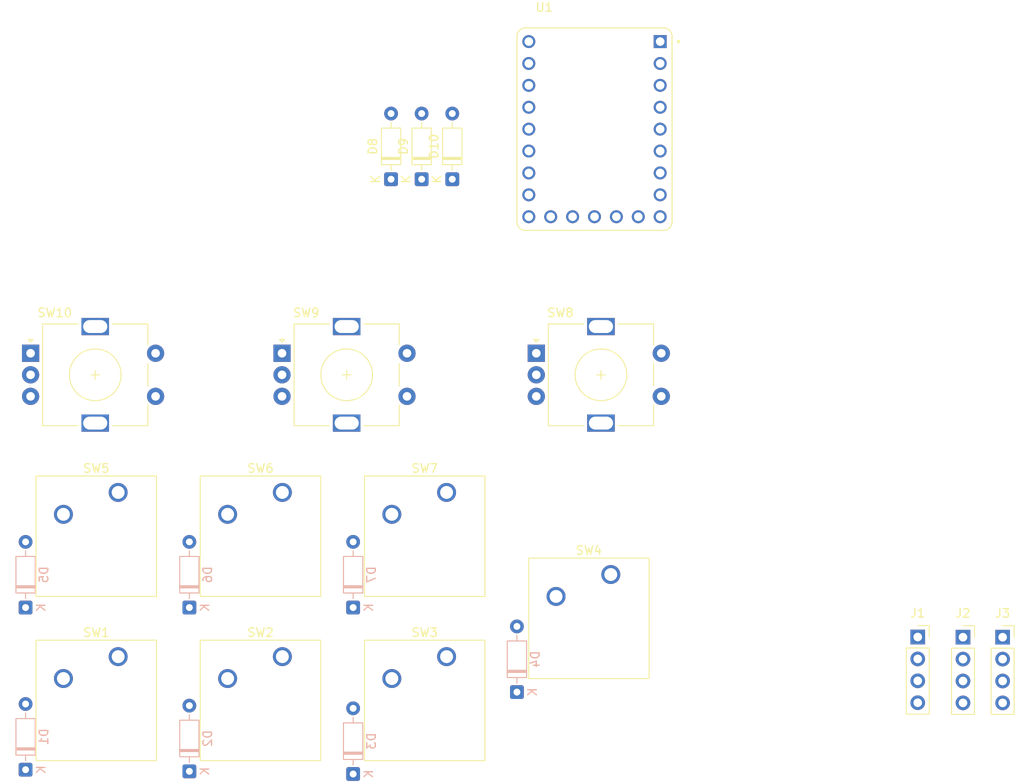
<source format=kicad_pcb>
(kicad_pcb (version 20241229) (generator "pcbnew") (generator_version "9.0")
  (layers (0 "F.Cu" signal) (2 "B.Cu" signal) (13 "F.Paste" user) (15 "B.Paste" user) (5 "F.SilkS" user "F.Silkscreen") (7 "B.SilkS" user "B.Silkscreen") (1 "F.Mask" user) (3 "B.Mask" user) (25 "Edge.Cuts" user))
  (net 0 "")
  (net 1 "Net-(D1-A)")
  (net 2 "MATRIX_ROW2")
  (net 3 "Net-(D2-A)")
  (net 4 "Net-(D3-A)")
  (net 5 "MATRIX_ROW1")
  (net 6 "Net-(D4-A)")
  (net 7 "Net-(D5-A)")
  (net 8 "Net-(D6-A)")
  (net 9 "Net-(D7-A)")
  (net 10 "MATRIX_ROW0")
  (net 11 "Net-(D8-A)")
  (net 12 "Net-(D9-A)")
  (net 13 "Net-(D10-A)")
  (net 14 "+3V3")
  (net 15 "SDA_OLED0")
  (net 16 "SCL_OLED0")
  (net 17 "GND")
  (net 18 "SDA_OLED1")
  (net 19 "SCL_OLED1")
  (net 20 "SCL_OLED2")
  (net 21 "SDA_OLED2")
  (net 22 "MATRIX_COL0")
  (net 23 "MATRIX_COL1")
  (net 24 "MATRIX_COL2")
  (net 25 "MATRIX_COL3")
  (net 26 "ROTARY_1B")
  (net 27 "ROTARY_1A")
  (net 28 "ROTARY_0A")
  (net 29 "ROTARY_0B")
  (net 30 "ROTARY_2A")
  (net 31 "ROTARY_2B")
  (footprint "Connector_PinSocket_2.54mm:PinSocket_1x04_P2.54mm_Vertical" (layer "F.Cu") (at 136.35 108.44)
    (property "Reference" "J3" (at 0 -2.77 0) (layer "F.SilkS"))
    (property "Value" "OLED3")
    (fp_line (start -1.33 1.27) (end -1.33 8.95) (stroke (width 0.12)) (layer "F.SilkS"))
    (fp_line (start -1.33 1.27) (end 1.33 1.27) (stroke (width 0.12)) (layer "F.SilkS"))
    (fp_line (start -1.33 8.95) (end 1.33 8.95) (stroke (width 0.12)) (layer "F.SilkS"))
    (fp_line (start 0 -1.33) (end 1.33 -1.33) (stroke (width 0.12)) (layer "F.SilkS"))
    (fp_line (start 1.33 -1.33) (end 1.33 0) (stroke (width 0.12)) (layer "F.SilkS"))
    (fp_line (start 1.33 1.27) (end 1.33 8.95) (stroke (width 0.12)) (layer "F.SilkS"))
    (pad "1" thru_hole rect (at 0 0) (size 1.7 1.7) (drill 1) (layers "*.Cu" "*.Mask") (net 17 "GND"))
    (pad "2" thru_hole circle (at 0 2.54) (size 1.7 1.7) (drill 1) (layers "*.Cu" "*.Mask") (net 14 "+3V3"))
    (pad "3" thru_hole circle (at 0 5.08) (size 1.7 1.7) (drill 1) (layers "*.Cu" "*.Mask") (net 20 "SCL_OLED2"))
    (pad "4" thru_hole circle (at 0 7.62) (size 1.7 1.7) (drill 1) (layers "*.Cu" "*.Mask") (net 21 "SDA_OLED2"))
  )
  (footprint "Rotary_Encoder:RotaryEncoder_Alps_EC11E-Switch_Vertical_H20mm" (layer "F.Cu") (at 52.75 75.5)
    (property "Reference" "SW9" (at 2.8 -4.7 0) (layer "F.SilkS"))
    (property "Value" "RotaryEncoder_Switch")
    (fp_line (start -0.3 -1.6) (end 0.3 -1.6) (stroke (width 0.12)) (layer "F.SilkS"))
    (fp_line (start 0 -1.3) (end -0.3 -1.6) (stroke (width 0.12)) (layer "F.SilkS"))
    (fp_line (start 0.3 -1.6) (end 0 -1.3) (stroke (width 0.12)) (layer "F.SilkS"))
    (fp_line (start 1.4 -3.4) (end 1.4 8.4) (stroke (width 0.12)) (layer "F.SilkS"))
    (fp_line (start 5.5 -3.4) (end 1.4 -3.4) (stroke (width 0.12)) (layer "F.SilkS"))
    (fp_line (start 5.5 8.4) (end 1.4 8.4) (stroke (width 0.12)) (layer "F.SilkS"))
    (fp_line (start 7 2.5) (end 8 2.5) (stroke (width 0.12)) (layer "F.SilkS"))
    (fp_line (start 7.5 2) (end 7.5 3) (stroke (width 0.12)) (layer "F.SilkS"))
    (fp_line (start 9.5 -3.4) (end 13.6 -3.4) (stroke (width 0.12)) (layer "F.SilkS"))
    (fp_line (start 13.6 -3.4) (end 13.6 -1) (stroke (width 0.12)) (layer "F.SilkS"))
    (fp_line (start 13.6 1.2) (end 13.6 3.8) (stroke (width 0.12)) (layer "F.SilkS"))
    (fp_line (start 13.6 6) (end 13.6 8.4) (stroke (width 0.12)) (layer "F.SilkS"))
    (fp_line (start 13.6 8.4) (end 9.5 8.4) (stroke (width 0.12)) (layer "F.SilkS"))
    (fp_circle (center 7.5 2.5) (end 10.5 2.5) (stroke (width 0.12)) (fill no) (layer "F.SilkS"))
    (pad "A" thru_hole rect (at 0 0) (size 2 2) (drill 1) (layers "*.Cu" "*.Mask") (net 28 "ROTARY_0A"))
    (pad "B" thru_hole circle (at 0 5) (size 2 2) (drill 1) (layers "*.Cu" "*.Mask") (net 29 "ROTARY_0B"))
    (pad "C" thru_hole circle (at 0 2.5) (size 2 2) (drill 1) (layers "*.Cu" "*.Mask") (net 17 "GND"))
    (pad "MP" thru_hole rect (at 7.5 -3.1) (size 3.2 2) (drill oval 2.8 1.5) (layers "*.Cu" "*.Mask"))
    (pad "MP" thru_hole rect (at 7.5 8.1) (size 3.2 2) (drill oval 2.8 1.5) (layers "*.Cu" "*.Mask"))
    (pad "S1" thru_hole circle (at 14.5 5) (size 2 2) (drill 1) (layers "*.Cu" "*.Mask") (net 11 "Net-(D8-A)"))
    (pad "S2" thru_hole circle (at 14.5 0) (size 2 2) (drill 1) (layers "*.Cu" "*.Mask") (net 22 "MATRIX_COL0"))
  )
  (footprint "Button_Switch_Keyboard:SW_Cherry_MX_1.00u_PCB" (layer "F.Cu") (at 33.74 91.645)
    (property "Reference" "SW5" (at -2.54 -2.794 0) (layer "F.SilkS"))
    (property "Value" "SW_Push")
    (fp_line (start -9.525 -1.905) (end 4.445 -1.905) (stroke (width 0.12)) (layer "F.SilkS"))
    (fp_line (start -9.525 12.065) (end -9.525 -1.905) (stroke (width 0.12)) (layer "F.SilkS"))
    (fp_line (start 4.445 -1.905) (end 4.445 12.065) (stroke (width 0.12)) (layer "F.SilkS"))
    (fp_line (start 4.445 12.065) (end -9.525 12.065) (stroke (width 0.12)) (layer "F.SilkS"))
    (pad "" np_thru_hole circle (at -7.62 5.08) (size 1.7 1.7) (drill 1.7) (layers "*.Cu" "*.Mask"))
    (pad "" np_thru_hole circle (at -2.54 5.08) (size 4 4) (drill 4) (layers "*.Cu" "*.Mask"))
    (pad "" np_thru_hole circle (at 2.54 5.08) (size 1.7 1.7) (drill 1.7) (layers "*.Cu" "*.Mask"))
    (pad "1" thru_hole circle (at 0 0) (size 2.2 2.2) (drill 1.5) (layers "*.Cu" "*.Mask") (net 23 "MATRIX_COL1"))
    (pad "2" thru_hole circle (at -6.35 2.54) (size 2.2 2.2) (drill 1.5) (layers "*.Cu" "*.Mask") (net 7 "Net-(D5-A)"))
  )
  (footprint "Connector_PinSocket_2.54mm:PinSocket_1x04_P2.54mm_Vertical" (layer "F.Cu") (at 126.5 108.42)
    (property "Reference" "J1" (at 0 -2.77 0) (layer "F.SilkS"))
    (property "Value" "OLED1")
    (fp_line (start -1.33 1.27) (end -1.33 8.95) (stroke (width 0.12)) (layer "F.SilkS"))
    (fp_line (start -1.33 1.27) (end 1.33 1.27) (stroke (width 0.12)) (layer "F.SilkS"))
    (fp_line (start -1.33 8.95) (end 1.33 8.95) (stroke (width 0.12)) (layer "F.SilkS"))
    (fp_line (start 0 -1.33) (end 1.33 -1.33) (stroke (width 0.12)) (layer "F.SilkS"))
    (fp_line (start 1.33 -1.33) (end 1.33 0) (stroke (width 0.12)) (layer "F.SilkS"))
    (fp_line (start 1.33 1.27) (end 1.33 8.95) (stroke (width 0.12)) (layer "F.SilkS"))
    (pad "1" thru_hole rect (at 0 0) (size 1.7 1.7) (drill 1) (layers "*.Cu" "*.Mask") (net 17 "GND"))
    (pad "2" thru_hole circle (at 0 2.54) (size 1.7 1.7) (drill 1) (layers "*.Cu" "*.Mask") (net 14 "+3V3"))
    (pad "3" thru_hole circle (at 0 5.08) (size 1.7 1.7) (drill 1) (layers "*.Cu" "*.Mask") (net 16 "SCL_OLED0"))
    (pad "4" thru_hole circle (at 0 7.62) (size 1.7 1.7) (drill 1) (layers "*.Cu" "*.Mask") (net 15 "SDA_OLED0"))
  )
  (footprint "Diode_THT:D_DO-35_SOD27_P7.62mm_Horizontal" (layer "F.Cu") (at 68.95 55.31 90)
    (property "Reference" "D9" (at 3.81 -2.12 90) (layer "F.SilkS"))
    (property "Value" "D")
    (fp_line (start 2.53 -1.12) (end 2.53 1.12) (stroke (width 0.12)) (layer "F.SilkS"))
    (fp_line (start 2.41 -1.12) (end 2.41 1.12) (stroke (width 0.12)) (layer "F.SilkS"))
    (fp_line (start 2.29 -1.12) (end 2.29 1.12) (stroke (width 0.12)) (layer "F.SilkS"))
    (fp_line (start 6.58 0) (end 5.93 0) (stroke (width 0.12)) (layer "F.SilkS"))
    (fp_line (start 1.04 0) (end 1.69 0) (stroke (width 0.12)) (layer "F.SilkS"))
    (fp_rect (start 1.69 -1.12) (end 5.93 1.12) (stroke (width 0.12)) (fill no) (layer "F.SilkS"))
    (fp_text user "K" (at 0 -1.8 90) (layer "F.SilkS"))
    (pad "1" thru_hole roundrect (at 0 0 90) (size 1.6 1.6) (drill 0.8) (layers "*.Cu" "*.Mask") (roundrect_rratio 0.15625) (net 10 "MATRIX_ROW0"))
    (pad "2" thru_hole circle (at 7.62 0 90) (size 1.6 1.6) (drill 0.8) (layers "*.Cu" "*.Mask") (net 12 "Net-(D9-A)"))
  )
  (footprint "Button_Switch_Keyboard:SW_Cherry_MX_1.00u_PCB" (layer "F.Cu") (at 71.84 91.645)
    (property "Reference" "SW7" (at -2.54 -2.794 0) (layer "F.SilkS"))
    (property "Value" "SW_Push")
    (fp_line (start -9.525 -1.905) (end 4.445 -1.905) (stroke (width 0.12)) (layer "F.SilkS"))
    (fp_line (start -9.525 12.065) (end -9.525 -1.905) (stroke (width 0.12)) (layer "F.SilkS"))
    (fp_line (start 4.445 -1.905) (end 4.445 12.065) (stroke (width 0.12)) (layer "F.SilkS"))
    (fp_line (start 4.445 12.065) (end -9.525 12.065) (stroke (width 0.12)) (layer "F.SilkS"))
    (pad "" np_thru_hole circle (at -7.62 5.08) (size 1.7 1.7) (drill 1.7) (layers "*.Cu" "*.Mask"))
    (pad "" np_thru_hole circle (at -2.54 5.08) (size 4 4) (drill 4) (layers "*.Cu" "*.Mask"))
    (pad "" np_thru_hole circle (at 2.54 5.08) (size 1.7 1.7) (drill 1.7) (layers "*.Cu" "*.Mask"))
    (pad "1" thru_hole circle (at 0 0) (size 2.2 2.2) (drill 1.5) (layers "*.Cu" "*.Mask") (net 25 "MATRIX_COL3"))
    (pad "2" thru_hole circle (at -6.35 2.54) (size 2.2 2.2) (drill 1.5) (layers "*.Cu" "*.Mask") (net 9 "Net-(D7-A)"))
  )
  (footprint "Button_Switch_Keyboard:SW_Cherry_MX_1.00u_PCB" (layer "F.Cu") (at 71.84 110.695)
    (property "Reference" "SW3" (at -2.54 -2.794 0) (layer "F.SilkS"))
    (property "Value" "SW_Push")
    (fp_line (start -9.525 -1.905) (end 4.445 -1.905) (stroke (width 0.12)) (layer "F.SilkS"))
    (fp_line (start -9.525 12.065) (end -9.525 -1.905) (stroke (width 0.12)) (layer "F.SilkS"))
    (fp_line (start 4.445 -1.905) (end 4.445 12.065) (stroke (width 0.12)) (layer "F.SilkS"))
    (fp_line (start 4.445 12.065) (end -9.525 12.065) (stroke (width 0.12)) (layer "F.SilkS"))
    (pad "" np_thru_hole circle (at -7.62 5.08) (size 1.7 1.7) (drill 1.7) (layers "*.Cu" "*.Mask"))
    (pad "" np_thru_hole circle (at -2.54 5.08) (size 4 4) (drill 4) (layers "*.Cu" "*.Mask"))
    (pad "" np_thru_hole circle (at 2.54 5.08) (size 1.7 1.7) (drill 1.7) (layers "*.Cu" "*.Mask"))
    (pad "1" thru_hole circle (at 0 0) (size 2.2 2.2) (drill 1.5) (layers "*.Cu" "*.Mask") (net 24 "MATRIX_COL2"))
    (pad "2" thru_hole circle (at -6.35 2.54) (size 2.2 2.2) (drill 1.5) (layers "*.Cu" "*.Mask") (net 4 "Net-(D3-A)"))
  )
  (footprint "Button_Switch_Keyboard:SW_Cherry_MX_1.00u_PCB" (layer "F.Cu") (at 33.74 110.695)
    (property "Reference" "SW1" (at -2.54 -2.794 0) (layer "F.SilkS"))
    (property "Value" "SW_Push")
    (fp_line (start -9.525 -1.905) (end 4.445 -1.905) (stroke (width 0.12)) (layer "F.SilkS"))
    (fp_line (start -9.525 12.065) (end -9.525 -1.905) (stroke (width 0.12)) (layer "F.SilkS"))
    (fp_line (start 4.445 -1.905) (end 4.445 12.065) (stroke (width 0.12)) (layer "F.SilkS"))
    (fp_line (start 4.445 12.065) (end -9.525 12.065) (stroke (width 0.12)) (layer "F.SilkS"))
    (pad "" np_thru_hole circle (at -7.62 5.08) (size 1.7 1.7) (drill 1.7) (layers "*.Cu" "*.Mask"))
    (pad "" np_thru_hole circle (at -2.54 5.08) (size 4 4) (drill 4) (layers "*.Cu" "*.Mask"))
    (pad "" np_thru_hole circle (at 2.54 5.08) (size 1.7 1.7) (drill 1.7) (layers "*.Cu" "*.Mask"))
    (pad "1" thru_hole circle (at 0 0) (size 2.2 2.2) (drill 1.5) (layers "*.Cu" "*.Mask") (net 22 "MATRIX_COL0"))
    (pad "2" thru_hole circle (at -6.35 2.54) (size 2.2 2.2) (drill 1.5) (layers "*.Cu" "*.Mask") (net 1 "Net-(D1-A)"))
  )
  (footprint "Button_Switch_Keyboard:SW_Cherry_MX_1.00u_PCB" (layer "F.Cu") (at 90.89 101.17)
    (property "Reference" "SW4" (at -2.54 -2.794 0) (layer "F.SilkS"))
    (property "Value" "SW_Push")
    (fp_line (start -9.525 -1.905) (end 4.445 -1.905) (stroke (width 0.12)) (layer "F.SilkS"))
    (fp_line (start -9.525 12.065) (end -9.525 -1.905) (stroke (width 0.12)) (layer "F.SilkS"))
    (fp_line (start 4.445 -1.905) (end 4.445 12.065) (stroke (width 0.12)) (layer "F.SilkS"))
    (fp_line (start 4.445 12.065) (end -9.525 12.065) (stroke (width 0.12)) (layer "F.SilkS"))
    (pad "" np_thru_hole circle (at -7.62 5.08) (size 1.7 1.7) (drill 1.7) (layers "*.Cu" "*.Mask"))
    (pad "" np_thru_hole circle (at -2.54 5.08) (size 4 4) (drill 4) (layers "*.Cu" "*.Mask"))
    (pad "" np_thru_hole circle (at 2.54 5.08) (size 1.7 1.7) (drill 1.7) (layers "*.Cu" "*.Mask"))
    (pad "1" thru_hole circle (at 0 0) (size 2.2 2.2) (drill 1.5) (layers "*.Cu" "*.Mask") (net 22 "MATRIX_COL0"))
    (pad "2" thru_hole circle (at -6.35 2.54) (size 2.2 2.2) (drill 1.5) (layers "*.Cu" "*.Mask") (net 6 "Net-(D4-A)"))
  )
  (footprint "Rotary_Encoder:RotaryEncoder_Alps_EC11E-Switch_Vertical_H20mm" (layer "F.Cu") (at 82.25 75.5)
    (property "Reference" "SW8" (at 2.8 -4.7 0) (layer "F.SilkS"))
    (property "Value" "RotaryEncoder_Switch")
    (fp_line (start -0.3 -1.6) (end 0.3 -1.6) (stroke (width 0.12)) (layer "F.SilkS"))
    (fp_line (start 0 -1.3) (end -0.3 -1.6) (stroke (width 0.12)) (layer "F.SilkS"))
    (fp_line (start 0.3 -1.6) (end 0 -1.3) (stroke (width 0.12)) (layer "F.SilkS"))
    (fp_line (start 1.4 -3.4) (end 1.4 8.4) (stroke (width 0.12)) (layer "F.SilkS"))
    (fp_line (start 5.5 -3.4) (end 1.4 -3.4) (stroke (width 0.12)) (layer "F.SilkS"))
    (fp_line (start 5.5 8.4) (end 1.4 8.4) (stroke (width 0.12)) (layer "F.SilkS"))
    (fp_line (start 7 2.5) (end 8 2.5) (stroke (width 0.12)) (layer "F.SilkS"))
    (fp_line (start 7.5 2) (end 7.5 3) (stroke (width 0.12)) (layer "F.SilkS"))
    (fp_line (start 9.5 -3.4) (end 13.6 -3.4) (stroke (width 0.12)) (layer "F.SilkS"))
    (fp_line (start 13.6 -3.4) (end 13.6 -1) (stroke (width 0.12)) (layer "F.SilkS"))
    (fp_line (start 13.6 1.2) (end 13.6 3.8) (stroke (width 0.12)) (layer "F.SilkS"))
    (fp_line (start 13.6 6) (end 13.6 8.4) (stroke (width 0.12)) (layer "F.SilkS"))
    (fp_line (start 13.6 8.4) (end 9.5 8.4) (stroke (width 0.12)) (layer "F.SilkS"))
    (fp_circle (center 7.5 2.5) (end 10.5 2.5) (stroke (width 0.12)) (fill no) (layer "F.SilkS"))
    (pad "A" thru_hole rect (at 0 0) (size 2 2) (drill 1) (layers "*.Cu" "*.Mask") (net 27 "ROTARY_1A"))
    (pad "B" thru_hole circle (at 0 5) (size 2 2) (drill 1) (layers "*.Cu" "*.Mask") (net 26 "ROTARY_1B"))
    (pad "C" thru_hole circle (at 0 2.5) (size 2 2) (drill 1) (layers "*.Cu" "*.Mask") (net 17 "GND"))
    (pad "MP" thru_hole rect (at 7.5 -3.1) (size 3.2 2) (drill oval 2.8 1.5) (layers "*.Cu" "*.Mask"))
    (pad "MP" thru_hole rect (at 7.5 8.1) (size 3.2 2) (drill oval 2.8 1.5) (layers "*.Cu" "*.Mask"))
    (pad "S1" thru_hole circle (at 14.5 5) (size 2 2) (drill 1) (layers "*.Cu" "*.Mask") (net 12 "Net-(D9-A)"))
    (pad "S2" thru_hole circle (at 14.5 0) (size 2 2) (drill 1) (layers "*.Cu" "*.Mask") (net 23 "MATRIX_COL1"))
  )
  (footprint "Diode_THT:D_DO-35_SOD27_P7.62mm_Horizontal" (layer "F.Cu") (at 72.5 55.31 90)
    (property "Reference" "D10" (at 3.81 -2.12 90) (layer "F.SilkS"))
    (property "Value" "D")
    (fp_line (start 2.53 -1.12) (end 2.53 1.12) (stroke (width 0.12)) (layer "F.SilkS"))
    (fp_line (start 2.41 -1.12) (end 2.41 1.12) (stroke (width 0.12)) (layer "F.SilkS"))
    (fp_line (start 2.29 -1.12) (end 2.29 1.12) (stroke (width 0.12)) (layer "F.SilkS"))
    (fp_line (start 6.58 0) (end 5.93 0) (stroke (width 0.12)) (layer "F.SilkS"))
    (fp_line (start 1.04 0) (end 1.69 0) (stroke (width 0.12)) (layer "F.SilkS"))
    (fp_rect (start 1.69 -1.12) (end 5.93 1.12) (stroke (width 0.12)) (fill no) (layer "F.SilkS"))
    (fp_text user "K" (at 0 -1.8 90) (layer "F.SilkS"))
    (pad "1" thru_hole roundrect (at 0 0 90) (size 1.6 1.6) (drill 0.8) (layers "*.Cu" "*.Mask") (roundrect_rratio 0.15625) (net 10 "MATRIX_ROW0"))
    (pad "2" thru_hole circle (at 7.62 0 90) (size 1.6 1.6) (drill 0.8) (layers "*.Cu" "*.Mask") (net 13 "Net-(D10-A)"))
  )
  (footprint "Button_Switch_Keyboard:SW_Cherry_MX_1.00u_PCB" (layer "F.Cu") (at 52.79 91.645)
    (property "Reference" "SW6" (at -2.54 -2.794 0) (layer "F.SilkS"))
    (property "Value" "SW_Push")
    (fp_line (start -9.525 -1.905) (end 4.445 -1.905) (stroke (width 0.12)) (layer "F.SilkS"))
    (fp_line (start -9.525 12.065) (end -9.525 -1.905) (stroke (width 0.12)) (layer "F.SilkS"))
    (fp_line (start 4.445 -1.905) (end 4.445 12.065) (stroke (width 0.12)) (layer "F.SilkS"))
    (fp_line (start 4.445 12.065) (end -9.525 12.065) (stroke (width 0.12)) (layer "F.SilkS"))
    (pad "" np_thru_hole circle (at -7.62 5.08) (size 1.7 1.7) (drill 1.7) (layers "*.Cu" "*.Mask"))
    (pad "" np_thru_hole circle (at -2.54 5.08) (size 4 4) (drill 4) (layers "*.Cu" "*.Mask"))
    (pad "" np_thru_hole circle (at 2.54 5.08) (size 1.7 1.7) (drill 1.7) (layers "*.Cu" "*.Mask"))
    (pad "1" thru_hole circle (at 0 0) (size 2.2 2.2) (drill 1.5) (layers "*.Cu" "*.Mask") (net 24 "MATRIX_COL2"))
    (pad "2" thru_hole circle (at -6.35 2.54) (size 2.2 2.2) (drill 1.5) (layers "*.Cu" "*.Mask") (net 8 "Net-(D6-A)"))
  )
  (footprint "RP2040:MODULE_RP2040-ZERO" (layer "F.Cu") (at 89 49.5)
    (property "Reference" "U1" (at -5.825 -14.135 0) (layer "F.SilkS"))
    (property "Value" "RP2040-ZERO")
    (fp_line (start -9 -10.75) (end -9 10.75) (stroke (width 0.127)) (layer "F.SilkS"))
    (fp_line (start -8 11.75) (end 8 11.75) (stroke (width 0.127)) (layer "F.SilkS"))
    (fp_line (start 8 -11.75) (end -8 -11.75) (stroke (width 0.127)) (layer "F.SilkS"))
    (fp_line (start 9 10.75) (end 9 -10.75) (stroke (width 0.127)) (layer "F.SilkS"))
    (fp_arc (start -9 -10.75) (mid -8.707107 -11.457107) (end -8 -11.75) (stroke (width 0.127)) (layer "F.SilkS"))
    (fp_arc (start -8 11.75) (mid -8.707107 11.457107) (end -9 10.75) (stroke (width 0.127)) (layer "F.SilkS"))
    (fp_arc (start 8 -11.75) (mid 8.707107 -11.457107) (end 9 -10.75) (stroke (width 0.127)) (layer "F.SilkS"))
    (fp_arc (start 9 10.75) (mid 8.707107 11.457107) (end 8 11.75) (stroke (width 0.127)) (layer "F.SilkS"))
    (fp_circle (center 9.75 -10.16) (end 9.85 -10.16) (stroke (width 0.2)) (fill no) (layer "F.SilkS"))
    (pad "1" thru_hole rect (at 7.62 -10.16) (size 1.508 1.508) (drill 1) (layers "*.Cu" "*.Mask") (net 10 "MATRIX_ROW0"))
    (pad "2" thru_hole circle (at 7.62 -7.62) (size 1.508 1.508) (drill 1) (layers "*.Cu" "*.Mask") (net 5 "MATRIX_ROW1"))
    (pad "3" thru_hole circle (at 7.62 -5.08) (size 1.508 1.508) (drill 1) (layers "*.Cu" "*.Mask") (net 2 "MATRIX_ROW2"))
    (pad "4" thru_hole circle (at 7.62 -2.54) (size 1.508 1.508) (drill 1) (layers "*.Cu" "*.Mask") (net 22 "MATRIX_COL0"))
    (pad "5" thru_hole circle (at 7.62 0) (size 1.508 1.508) (drill 1) (layers "*.Cu" "*.Mask") (net 23 "MATRIX_COL1"))
    (pad "6" thru_hole circle (at 7.62 2.54) (size 1.508 1.508) (drill 1) (layers "*.Cu" "*.Mask") (net 24 "MATRIX_COL2"))
    (pad "7" thru_hole circle (at 7.62 5.08) (size 1.508 1.508) (drill 1) (layers "*.Cu" "*.Mask") (net 25 "MATRIX_COL3"))
    (pad "8" thru_hole circle (at 7.62 7.62) (size 1.508 1.508) (drill 1) (layers "*.Cu" "*.Mask") (net 28 "ROTARY_0A"))
    (pad "9" thru_hole circle (at 7.62 10.16) (size 1.508 1.508) (drill 1) (layers "*.Cu" "*.Mask") (net 29 "ROTARY_0B"))
    (pad "10" thru_hole circle (at 5.08 10.16) (size 1.508 1.508) (drill 1) (layers "*.Cu" "*.Mask") (net 27 "ROTARY_1A"))
    (pad "11" thru_hole circle (at 2.54 10.16) (size 1.508 1.508) (drill 1) (layers "*.Cu" "*.Mask") (net 26 "ROTARY_1B"))
    (pad "12" thru_hole circle (at 0 10.16) (size 1.508 1.508) (drill 1) (layers "*.Cu" "*.Mask") (net 30 "ROTARY_2A"))
    (pad "13" thru_hole circle (at -2.54 10.16) (size 1.508 1.508) (drill 1) (layers "*.Cu" "*.Mask") (net 31 "ROTARY_2B"))
    (pad "14" thru_hole circle (at -5.08 10.16) (size 1.508 1.508) (drill 1) (layers "*.Cu" "*.Mask") (net 15 "SDA_OLED0"))
    (pad "15" thru_hole circle (at -7.62 10.16) (size 1.508 1.508) (drill 1) (layers "*.Cu" "*.Mask") (net 16 "SCL_OLED0"))
    (pad "16" thru_hole circle (at -7.62 7.62) (size 1.508 1.508) (drill 1) (layers "*.Cu" "*.Mask") (net 18 "SDA_OLED1"))
    (pad "17" thru_hole circle (at -7.62 5.08) (size 1.508 1.508) (drill 1) (layers "*.Cu" "*.Mask") (net 19 "SCL_OLED1"))
    (pad "18" thru_hole circle (at -7.62 2.54) (size 1.508 1.508) (drill 1) (layers "*.Cu" "*.Mask") (net 21 "SDA_OLED2"))
    (pad "19" thru_hole circle (at -7.62 0) (size 1.508 1.508) (drill 1) (layers "*.Cu" "*.Mask") (net 20 "SCL_OLED2"))
    (pad "20" thru_hole circle (at -7.62 -2.54) (size 1.508 1.508) (drill 1) (layers "*.Cu" "*.Mask"))
    (pad "21" thru_hole circle (at -7.62 -5.08) (size 1.508 1.508) (drill 1) (layers "*.Cu" "*.Mask") (net 14 "+3V3"))
    (pad "22" thru_hole circle (at -7.62 -7.62) (size 1.508 1.508) (drill 1) (layers "*.Cu" "*.Mask") (net 17 "GND"))
    (pad "23" thru_hole circle (at -7.62 -10.16) (size 1.508 1.508) (drill 1) (layers "*.Cu" "*.Mask"))
  )
  (footprint "Diode_THT:D_DO-35_SOD27_P7.62mm_Horizontal" (layer "F.Cu") (at 65.4 55.31 90)
    (property "Reference" "D8" (at 3.81 -2.12 90) (layer "F.SilkS"))
    (property "Value" "D")
    (fp_line (start 2.53 -1.12) (end 2.53 1.12) (stroke (width 0.12)) (layer "F.SilkS"))
    (fp_line (start 2.41 -1.12) (end 2.41 1.12) (stroke (width 0.12)) (layer "F.SilkS"))
    (fp_line (start 2.29 -1.12) (end 2.29 1.12) (stroke (width 0.12)) (layer "F.SilkS"))
    (fp_line (start 6.58 0) (end 5.93 0) (stroke (width 0.12)) (layer "F.SilkS"))
    (fp_line (start 1.04 0) (end 1.69 0) (stroke (width 0.12)) (layer "F.SilkS"))
    (fp_rect (start 1.69 -1.12) (end 5.93 1.12) (stroke (width 0.12)) (fill no) (layer "F.SilkS"))
    (fp_text user "K" (at 0 -1.8 90) (layer "F.SilkS"))
    (pad "1" thru_hole roundrect (at 0 0 90) (size 1.6 1.6) (drill 0.8) (layers "*.Cu" "*.Mask") (roundrect_rratio 0.15625) (net 10 "MATRIX_ROW0"))
    (pad "2" thru_hole circle (at 7.62 0 90) (size 1.6 1.6) (drill 0.8) (layers "*.Cu" "*.Mask") (net 11 "Net-(D8-A)"))
  )
  (footprint "Rotary_Encoder:RotaryEncoder_Alps_EC11E-Switch_Vertical_H20mm" (layer "F.Cu") (at 23.58 75.5)
    (property "Reference" "SW10" (at 2.8 -4.7 0) (layer "F.SilkS"))
    (property "Value" "RotaryEncoder_Switch")
    (fp_line (start -0.3 -1.6) (end 0.3 -1.6) (stroke (width 0.12)) (layer "F.SilkS"))
    (fp_line (start 0 -1.3) (end -0.3 -1.6) (stroke (width 0.12)) (layer "F.SilkS"))
    (fp_line (start 0.3 -1.6) (end 0 -1.3) (stroke (width 0.12)) (layer "F.SilkS"))
    (fp_line (start 1.4 -3.4) (end 1.4 8.4) (stroke (width 0.12)) (layer "F.SilkS"))
    (fp_line (start 5.5 -3.4) (end 1.4 -3.4) (stroke (width 0.12)) (layer "F.SilkS"))
    (fp_line (start 5.5 8.4) (end 1.4 8.4) (stroke (width 0.12)) (layer "F.SilkS"))
    (fp_line (start 7 2.5) (end 8 2.5) (stroke (width 0.12)) (layer "F.SilkS"))
    (fp_line (start 7.5 2) (end 7.5 3) (stroke (width 0.12)) (layer "F.SilkS"))
    (fp_line (start 9.5 -3.4) (end 13.6 -3.4) (stroke (width 0.12)) (layer "F.SilkS"))
    (fp_line (start 13.6 -3.4) (end 13.6 -1) (stroke (width 0.12)) (layer "F.SilkS"))
    (fp_line (start 13.6 1.2) (end 13.6 3.8) (stroke (width 0.12)) (layer "F.SilkS"))
    (fp_line (start 13.6 6) (end 13.6 8.4) (stroke (width 0.12)) (layer "F.SilkS"))
    (fp_line (start 13.6 8.4) (end 9.5 8.4) (stroke (width 0.12)) (layer "F.SilkS"))
    (fp_circle (center 7.5 2.5) (end 10.5 2.5) (stroke (width 0.12)) (fill no) (layer "F.SilkS"))
    (pad "A" thru_hole rect (at 0 0) (size 2 2) (drill 1) (layers "*.Cu" "*.Mask") (net 30 "ROTARY_2A"))
    (pad "B" thru_hole circle (at 0 5) (size 2 2) (drill 1) (layers "*.Cu" "*.Mask") (net 31 "ROTARY_2B"))
    (pad "C" thru_hole circle (at 0 2.5) (size 2 2) (drill 1) (layers "*.Cu" "*.Mask") (net 17 "GND"))
    (pad "MP" thru_hole rect (at 7.5 -3.1) (size 3.2 2) (drill oval 2.8 1.5) (layers "*.Cu" "*.Mask"))
    (pad "MP" thru_hole rect (at 7.5 8.1) (size 3.2 2) (drill oval 2.8 1.5) (layers "*.Cu" "*.Mask"))
    (pad "S1" thru_hole circle (at 14.5 5) (size 2 2) (drill 1) (layers "*.Cu" "*.Mask") (net 13 "Net-(D10-A)"))
    (pad "S2" thru_hole circle (at 14.5 0) (size 2 2) (drill 1) (layers "*.Cu" "*.Mask") (net 24 "MATRIX_COL2"))
  )
  (footprint "Button_Switch_Keyboard:SW_Cherry_MX_1.00u_PCB" (layer "F.Cu") (at 52.79 110.695)
    (property "Reference" "SW2" (at -2.54 -2.794 0) (layer "F.SilkS"))
    (property "Value" "SW_Push")
    (fp_line (start -9.525 -1.905) (end 4.445 -1.905) (stroke (width 0.12)) (layer "F.SilkS"))
    (fp_line (start -9.525 12.065) (end -9.525 -1.905) (stroke (width 0.12)) (layer "F.SilkS"))
    (fp_line (start 4.445 -1.905) (end 4.445 12.065) (stroke (width 0.12)) (layer "F.SilkS"))
    (fp_line (start 4.445 12.065) (end -9.525 12.065) (stroke (width 0.12)) (layer "F.SilkS"))
    (pad "" np_thru_hole circle (at -7.62 5.08) (size 1.7 1.7) (drill 1.7) (layers "*.Cu" "*.Mask"))
    (pad "" np_thru_hole circle (at -2.54 5.08) (size 4 4) (drill 4) (layers "*.Cu" "*.Mask"))
    (pad "" np_thru_hole circle (at 2.54 5.08) (size 1.7 1.7) (drill 1.7) (layers "*.Cu" "*.Mask"))
    (pad "1" thru_hole circle (at 0 0) (size 2.2 2.2) (drill 1.5) (layers "*.Cu" "*.Mask") (net 23 "MATRIX_COL1"))
    (pad "2" thru_hole circle (at -6.35 2.54) (size 2.2 2.2) (drill 1.5) (layers "*.Cu" "*.Mask") (net 3 "Net-(D2-A)"))
  )
  (footprint "Connector_PinSocket_2.54mm:PinSocket_1x04_P2.54mm_Vertical" (layer "F.Cu") (at 131.75 108.44)
    (property "Reference" "J2" (at 0 -2.77 0) (layer "F.SilkS"))
    (property "Value" "OLED2")
    (fp_line (start -1.33 1.27) (end -1.33 8.95) (stroke (width 0.12)) (layer "F.SilkS"))
    (fp_line (start -1.33 1.27) (end 1.33 1.27) (stroke (width 0.12)) (layer "F.SilkS"))
    (fp_line (start -1.33 8.95) (end 1.33 8.95) (stroke (width 0.12)) (layer "F.SilkS"))
    (fp_line (start 0 -1.33) (end 1.33 -1.33) (stroke (width 0.12)) (layer "F.SilkS"))
    (fp_line (start 1.33 -1.33) (end 1.33 0) (stroke (width 0.12)) (layer "F.SilkS"))
    (fp_line (start 1.33 1.27) (end 1.33 8.95) (stroke (width 0.12)) (layer "F.SilkS"))
    (pad "1" thru_hole rect (at 0 0) (size 1.7 1.7) (drill 1) (layers "*.Cu" "*.Mask") (net 17 "GND"))
    (pad "2" thru_hole circle (at 0 2.54) (size 1.7 1.7) (drill 1) (layers "*.Cu" "*.Mask") (net 14 "+3V3"))
    (pad "3" thru_hole circle (at 0 5.08) (size 1.7 1.7) (drill 1) (layers "*.Cu" "*.Mask") (net 19 "SCL_OLED1"))
    (pad "4" thru_hole circle (at 0 7.62) (size 1.7 1.7) (drill 1) (layers "*.Cu" "*.Mask") (net 18 "SDA_OLED1"))
  )
  (footprint "Diode_THT:D_DO-35_SOD27_P7.62mm_Horizontal" (layer "B.Cu") (at 61 124.31 90)
    (property "Reference" "D3" (at 3.81 2.12 90) (layer "B.SilkS") (effects (justify mirror)))
    (property "Value" "D")
    (fp_line (start 6.58 0) (end 5.93 0) (stroke (width 0.12)) (layer "B.SilkS"))
    (fp_line (start 1.04 0) (end 1.69 0) (stroke (width 0.12)) (layer "B.SilkS"))
    (fp_line (start 2.53 1.12) (end 2.53 -1.12) (stroke (width 0.12)) (layer "B.SilkS"))
    (fp_line (start 2.41 1.12) (end 2.41 -1.12) (stroke (width 0.12)) (layer "B.SilkS"))
    (fp_line (start 2.29 1.12) (end 2.29 -1.12) (stroke (width 0.12)) (layer "B.SilkS"))
    (fp_rect (start 1.69 1.12) (end 5.93 -1.12) (stroke (width 0.12)) (fill no) (layer "B.SilkS"))
    (fp_text user "K" (at 0 1.8 90) (layer "B.SilkS") (effects (justify mirror)))
    (pad "1" thru_hole roundrect (at 0 0 90) (size 1.6 1.6) (drill 0.8) (layers "*.Cu" "*.Mask") (roundrect_rratio 0.15625) (net 2 "MATRIX_ROW2"))
    (pad "2" thru_hole circle (at 7.62 0 90) (size 1.6 1.6) (drill 0.8) (layers "*.Cu" "*.Mask") (net 4 "Net-(D3-A)"))
  )
  (footprint "Diode_THT:D_DO-35_SOD27_P7.62mm_Horizontal" (layer "B.Cu") (at 42 124 90)
    (property "Reference" "D2" (at 3.81 2.12 90) (layer "B.SilkS") (effects (justify mirror)))
    (property "Value" "D")
    (fp_line (start 6.58 0) (end 5.93 0) (stroke (width 0.12)) (layer "B.SilkS"))
    (fp_line (start 1.04 0) (end 1.69 0) (stroke (width 0.12)) (layer "B.SilkS"))
    (fp_line (start 2.53 1.12) (end 2.53 -1.12) (stroke (width 0.12)) (layer "B.SilkS"))
    (fp_line (start 2.41 1.12) (end 2.41 -1.12) (stroke (width 0.12)) (layer "B.SilkS"))
    (fp_line (start 2.29 1.12) (end 2.29 -1.12) (stroke (width 0.12)) (layer "B.SilkS"))
    (fp_rect (start 1.69 1.12) (end 5.93 -1.12) (stroke (width 0.12)) (fill no) (layer "B.SilkS"))
    (fp_text user "K" (at 0 1.8 90) (layer "B.SilkS") (effects (justify mirror)))
    (pad "1" thru_hole roundrect (at 0 0 90) (size 1.6 1.6) (drill 0.8) (layers "*.Cu" "*.Mask") (roundrect_rratio 0.15625) (net 2 "MATRIX_ROW2"))
    (pad "2" thru_hole circle (at 7.62 0 90) (size 1.6 1.6) (drill 0.8) (layers "*.Cu" "*.Mask") (net 3 "Net-(D2-A)"))
  )
  (footprint "Diode_THT:D_DO-35_SOD27_P7.62mm_Horizontal" (layer "B.Cu") (at 80 114.81 90)
    (property "Reference" "D4" (at 3.81 2.12 90) (layer "B.SilkS") (effects (justify mirror)))
    (property "Value" "D")
    (fp_line (start 6.58 0) (end 5.93 0) (stroke (width 0.12)) (layer "B.SilkS"))
    (fp_line (start 1.04 0) (end 1.69 0) (stroke (width 0.12)) (layer "B.SilkS"))
    (fp_line (start 2.53 1.12) (end 2.53 -1.12) (stroke (width 0.12)) (layer "B.SilkS"))
    (fp_line (start 2.41 1.12) (end 2.41 -1.12) (stroke (width 0.12)) (layer "B.SilkS"))
    (fp_line (start 2.29 1.12) (end 2.29 -1.12) (stroke (width 0.12)) (layer "B.SilkS"))
    (fp_rect (start 1.69 1.12) (end 5.93 -1.12) (stroke (width 0.12)) (fill no) (layer "B.SilkS"))
    (fp_text user "K" (at 0 1.8 90) (layer "B.SilkS") (effects (justify mirror)))
    (pad "1" thru_hole roundrect (at 0 0 90) (size 1.6 1.6) (drill 0.8) (layers "*.Cu" "*.Mask") (roundrect_rratio 0.15625) (net 5 "MATRIX_ROW1"))
    (pad "2" thru_hole circle (at 7.62 0 90) (size 1.6 1.6) (drill 0.8) (layers "*.Cu" "*.Mask") (net 6 "Net-(D4-A)"))
  )
  (footprint "Diode_THT:D_DO-35_SOD27_P7.62mm_Horizontal" (layer "B.Cu") (at 23 105 90)
    (property "Reference" "D5" (at 3.81 2.12 90) (layer "B.SilkS") (effects (justify mirror)))
    (property "Value" "D")
    (fp_line (start 6.58 0) (end 5.93 0) (stroke (width 0.12)) (layer "B.SilkS"))
    (fp_line (start 1.04 0) (end 1.69 0) (stroke (width 0.12)) (layer "B.SilkS"))
    (fp_line (start 2.53 1.12) (end 2.53 -1.12) (stroke (width 0.12)) (layer "B.SilkS"))
    (fp_line (start 2.41 1.12) (end 2.41 -1.12) (stroke (width 0.12)) (layer "B.SilkS"))
    (fp_line (start 2.29 1.12) (end 2.29 -1.12) (stroke (width 0.12)) (layer "B.SilkS"))
    (fp_rect (start 1.69 1.12) (end 5.93 -1.12) (stroke (width 0.12)) (fill no) (layer "B.SilkS"))
    (fp_text user "K" (at 0 1.8 90) (layer "B.SilkS") (effects (justify mirror)))
    (pad "1" thru_hole roundrect (at 0 0 90) (size 1.6 1.6) (drill 0.8) (layers "*.Cu" "*.Mask") (roundrect_rratio 0.15625) (net 5 "MATRIX_ROW1"))
    (pad "2" thru_hole circle (at 7.62 0 90) (size 1.6 1.6) (drill 0.8) (layers "*.Cu" "*.Mask") (net 7 "Net-(D5-A)"))
  )
  (footprint "Diode_THT:D_DO-35_SOD27_P7.62mm_Horizontal" (layer "B.Cu") (at 42 105 90)
    (property "Reference" "D6" (at 3.81 2.12 90) (layer "B.SilkS") (effects (justify mirror)))
    (property "Value" "D")
    (fp_line (start 6.58 0) (end 5.93 0) (stroke (width 0.12)) (layer "B.SilkS"))
    (fp_line (start 1.04 0) (end 1.69 0) (stroke (width 0.12)) (layer "B.SilkS"))
    (fp_line (start 2.53 1.12) (end 2.53 -1.12) (stroke (width 0.12)) (layer "B.SilkS"))
    (fp_line (start 2.41 1.12) (end 2.41 -1.12) (stroke (width 0.12)) (layer "B.SilkS"))
    (fp_line (start 2.29 1.12) (end 2.29 -1.12) (stroke (width 0.12)) (layer "B.SilkS"))
    (fp_rect (start 1.69 1.12) (end 5.93 -1.12) (stroke (width 0.12)) (fill no) (layer "B.SilkS"))
    (fp_text user "K" (at 0 1.8 90) (layer "B.SilkS") (effects (justify mirror)))
    (pad "1" thru_hole roundrect (at 0 0 90) (size 1.6 1.6) (drill 0.8) (layers "*.Cu" "*.Mask") (roundrect_rratio 0.15625) (net 5 "MATRIX_ROW1"))
    (pad "2" thru_hole circle (at 7.62 0 90) (size 1.6 1.6) (drill 0.8) (layers "*.Cu" "*.Mask") (net 8 "Net-(D6-A)"))
  )
  (footprint "Diode_THT:D_DO-35_SOD27_P7.62mm_Horizontal" (layer "B.Cu") (at 61 105 90)
    (property "Reference" "D7" (at 3.81 2.12 90) (layer "B.SilkS") (effects (justify mirror)))
    (property "Value" "D")
    (fp_line (start 6.58 0) (end 5.93 0) (stroke (width 0.12)) (layer "B.SilkS"))
    (fp_line (start 1.04 0) (end 1.69 0) (stroke (width 0.12)) (layer "B.SilkS"))
    (fp_line (start 2.53 1.12) (end 2.53 -1.12) (stroke (width 0.12)) (layer "B.SilkS"))
    (fp_line (start 2.41 1.12) (end 2.41 -1.12) (stroke (width 0.12)) (layer "B.SilkS"))
    (fp_line (start 2.29 1.12) (end 2.29 -1.12) (stroke (width 0.12)) (layer "B.SilkS"))
    (fp_rect (start 1.69 1.12) (end 5.93 -1.12) (stroke (width 0.12)) (fill no) (layer "B.SilkS"))
    (fp_text user "K" (at 0 1.8 90) (layer "B.SilkS") (effects (justify mirror)))
    (pad "1" thru_hole roundrect (at 0 0 90) (size 1.6 1.6) (drill 0.8) (layers "*.Cu" "*.Mask") (roundrect_rratio 0.15625) (net 2 "MATRIX_ROW2"))
    (pad "2" thru_hole circle (at 7.62 0 90) (size 1.6 1.6) (drill 0.8) (layers "*.Cu" "*.Mask") (net 9 "Net-(D7-A)"))
  )
  (footprint "Diode_THT:D_DO-35_SOD27_P7.62mm_Horizontal" (layer "B.Cu") (at 23 123.81 90)
    (property "Reference" "D1" (at 3.81 2.12 90) (layer "B.SilkS") (effects (justify mirror)))
    (property "Value" "D")
    (fp_line (start 6.58 0) (end 5.93 0) (stroke (width 0.12)) (layer "B.SilkS"))
    (fp_line (start 1.04 0) (end 1.69 0) (stroke (width 0.12)) (layer "B.SilkS"))
    (fp_line (start 2.53 1.12) (end 2.53 -1.12) (stroke (width 0.12)) (layer "B.SilkS"))
    (fp_line (start 2.41 1.12) (end 2.41 -1.12) (stroke (width 0.12)) (layer "B.SilkS"))
    (fp_line (start 2.29 1.12) (end 2.29 -1.12) (stroke (width 0.12)) (layer "B.SilkS"))
    (fp_rect (start 1.69 1.12) (end 5.93 -1.12) (stroke (width 0.12)) (fill no) (layer "B.SilkS"))
    (fp_text user "K" (at 0 1.8 90) (layer "B.SilkS") (effects (justify mirror)))
    (pad "1" thru_hole roundrect (at 0 0 90) (size 1.6 1.6) (drill 0.8) (layers "*.Cu" "*.Mask") (roundrect_rratio 0.15625) (net 2 "MATRIX_ROW2"))
    (pad "2" thru_hole circle (at 7.62 0 90) (size 1.6 1.6) (drill 0.8) (layers "*.Cu" "*.Mask") (net 1 "Net-(D1-A)"))
  )
)
</source>
